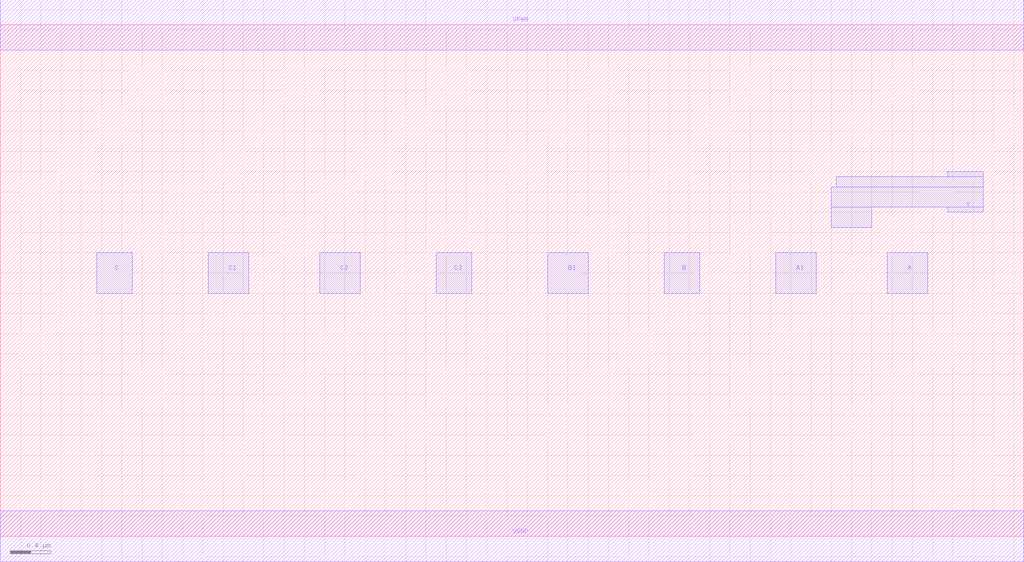
<source format=lef>
VERSION 5.7 ;
  NOWIREEXTENSIONATPIN ON ;
  DIVIDERCHAR "/" ;
  BUSBITCHARS "[]" ;
MACRO OAAOI224
  CLASS CORE ;
  FOREIGN OAAOI224 ;
  ORIGIN 0.000 0.000 ;
  SIZE 10.100 BY 5.050 ;
  SYMMETRY X Y R90 ;
  SITE unit ;
  PIN VPWR
    DIRECTION INOUT ;
    USE POWER ;
    SHAPE ABUTMENT ;
    PORT
      LAYER Metal1 ;
        RECT 0.000 4.800 10.100 5.300 ;
    END
  END VPWR
  PIN VGND
    DIRECTION INOUT ;
    USE GROUND ;
    SHAPE ABUTMENT ;
    PORT
      LAYER Metal1 ;
        RECT 0.000 -0.250 10.100 0.250 ;
    END
  END VGND
  PIN Y
    DIRECTION INOUT ;
    USE SIGNAL ;
    SHAPE ABUTMENT ;
    PORT
      LAYER Metal2 ;
        RECT 9.350 3.550 9.700 3.600 ;
        RECT 8.250 3.450 9.700 3.550 ;
        RECT 8.200 3.250 9.700 3.450 ;
        RECT 8.200 3.050 8.600 3.250 ;
        RECT 9.350 3.200 9.700 3.250 ;
    END
  END Y
  PIN C
    DIRECTION INOUT ;
    USE SIGNAL ;
    SHAPE ABUTMENT ;
    PORT
      LAYER Metal2 ;
        RECT 0.950 2.400 1.300 2.800 ;
    END
  END C
  PIN B
    DIRECTION INOUT ;
    USE SIGNAL ;
    SHAPE ABUTMENT ;
    PORT
      LAYER Metal2 ;
        RECT 6.550 2.400 6.900 2.800 ;
    END
  END B
  PIN A1
    DIRECTION INOUT ;
    USE SIGNAL ;
    SHAPE ABUTMENT ;
    PORT
      LAYER Metal2 ;
        RECT 7.650 2.400 8.050 2.800 ;
    END
  END A1
  PIN B1
    DIRECTION INOUT ;
    USE SIGNAL ;
    SHAPE ABUTMENT ;
    PORT
      LAYER Metal2 ;
        RECT 5.400 2.400 5.800 2.800 ;
    END
  END B1
  PIN C2
    DIRECTION INOUT ;
    USE SIGNAL ;
    SHAPE ABUTMENT ;
    PORT
      LAYER Metal2 ;
        RECT 3.150 2.400 3.550 2.800 ;
    END
  END C2
  PIN C1
    DIRECTION INOUT ;
    USE SIGNAL ;
    SHAPE ABUTMENT ;
    PORT
      LAYER Metal2 ;
        RECT 2.050 2.400 2.450 2.800 ;
    END
  END C1
  PIN C3
    DIRECTION INOUT ;
    USE SIGNAL ;
    SHAPE ABUTMENT ;
    PORT
      LAYER Metal2 ;
        RECT 4.300 2.400 4.650 2.800 ;
    END
  END C3
  PIN A
    DIRECTION INOUT ;
    USE SIGNAL ;
    SHAPE ABUTMENT ;
    PORT
      LAYER Metal2 ;
        RECT 8.750 2.400 9.150 2.800 ;
    END
  END A
END OAAOI224
END LIBRARY


</source>
